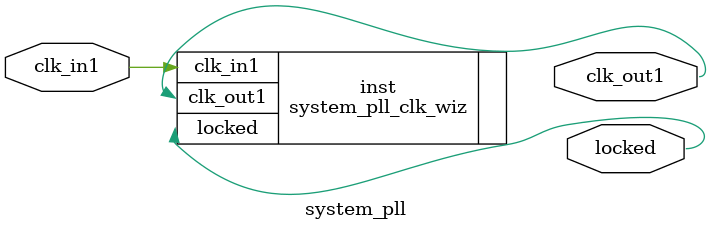
<source format=v>


`timescale 1ps/1ps

(* CORE_GENERATION_INFO = "system_pll,clk_wiz_v6_0_14_0_0,{component_name=system_pll,use_phase_alignment=true,use_min_o_jitter=false,use_max_i_jitter=false,use_dyn_phase_shift=false,use_inclk_switchover=false,use_dyn_reconfig=false,enable_axi=0,feedback_source=FDBK_AUTO,PRIMITIVE=MMCM,num_out_clk=1,clkin1_period=20.000,clkin2_period=10.0,use_power_down=false,use_reset=false,use_locked=true,use_inclk_stopped=false,feedback_type=SINGLE,CLOCK_MGR_TYPE=NA,manual_override=false}" *)

module system_pll 
 (
  // Clock out ports
  output        clk_out1,
  // Status and control signals
  output        locked,
 // Clock in ports
  input         clk_in1
 );

  system_pll_clk_wiz inst
  (
  // Clock out ports  
  .clk_out1(clk_out1),
  // Status and control signals               
  .locked(locked),
 // Clock in ports
  .clk_in1(clk_in1)
  );

endmodule

</source>
